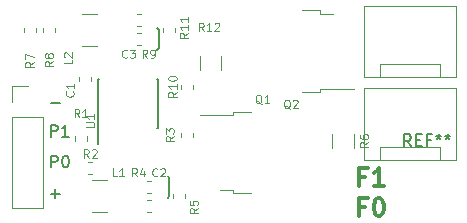
<source format=gto>
G04 #@! TF.GenerationSoftware,KiCad,Pcbnew,(5.0.1-dev-70-gb7b125d83)*
G04 #@! TF.CreationDate,2018-10-12T22:01:22+02:00*
G04 #@! TF.ProjectId,pwm-fan-control,70776D2D66616E2D636F6E74726F6C2E,rev?*
G04 #@! TF.SameCoordinates,Original*
G04 #@! TF.FileFunction,Legend,Top*
G04 #@! TF.FilePolarity,Positive*
%FSLAX46Y46*%
G04 Gerber Fmt 4.6, Leading zero omitted, Abs format (unit mm)*
G04 Created by KiCad (PCBNEW (5.0.1-dev-70-gb7b125d83)) date 10/12/18 22:01:22*
%MOMM*%
%LPD*%
G01*
G04 APERTURE LIST*
%ADD10C,0.200000*%
%ADD11C,0.300000*%
%ADD12C,0.120000*%
%ADD13C,0.150000*%
G04 APERTURE END LIST*
D10*
X211668095Y-60271428D02*
X212430000Y-60271428D01*
X212049047Y-60652380D02*
X212049047Y-59890476D01*
X211668095Y-58052380D02*
X211668095Y-57052380D01*
X212049047Y-57052380D01*
X212144285Y-57100000D01*
X212191904Y-57147619D01*
X212239523Y-57242857D01*
X212239523Y-57385714D01*
X212191904Y-57480952D01*
X212144285Y-57528571D01*
X212049047Y-57576190D01*
X211668095Y-57576190D01*
X212858571Y-57052380D02*
X212953809Y-57052380D01*
X213049047Y-57100000D01*
X213096666Y-57147619D01*
X213144285Y-57242857D01*
X213191904Y-57433333D01*
X213191904Y-57671428D01*
X213144285Y-57861904D01*
X213096666Y-57957142D01*
X213049047Y-58004761D01*
X212953809Y-58052380D01*
X212858571Y-58052380D01*
X212763333Y-58004761D01*
X212715714Y-57957142D01*
X212668095Y-57861904D01*
X212620476Y-57671428D01*
X212620476Y-57433333D01*
X212668095Y-57242857D01*
X212715714Y-57147619D01*
X212763333Y-57100000D01*
X212858571Y-57052380D01*
X211668095Y-55452380D02*
X211668095Y-54452380D01*
X212049047Y-54452380D01*
X212144285Y-54500000D01*
X212191904Y-54547619D01*
X212239523Y-54642857D01*
X212239523Y-54785714D01*
X212191904Y-54880952D01*
X212144285Y-54928571D01*
X212049047Y-54976190D01*
X211668095Y-54976190D01*
X213191904Y-55452380D02*
X212620476Y-55452380D01*
X212906190Y-55452380D02*
X212906190Y-54452380D01*
X212810952Y-54595238D01*
X212715714Y-54690476D01*
X212620476Y-54738095D01*
X211668095Y-52571428D02*
X212430000Y-52571428D01*
D11*
X238300000Y-58817857D02*
X237800000Y-58817857D01*
X237800000Y-59603571D02*
X237800000Y-58103571D01*
X238514285Y-58103571D01*
X239871428Y-59603571D02*
X239014285Y-59603571D01*
X239442857Y-59603571D02*
X239442857Y-58103571D01*
X239300000Y-58317857D01*
X239157142Y-58460714D01*
X239014285Y-58532142D01*
X238300000Y-61367857D02*
X237800000Y-61367857D01*
X237800000Y-62153571D02*
X237800000Y-60653571D01*
X238514285Y-60653571D01*
X239371428Y-60653571D02*
X239514285Y-60653571D01*
X239657142Y-60725000D01*
X239728571Y-60796428D01*
X239800000Y-60939285D01*
X239871428Y-61225000D01*
X239871428Y-61582142D01*
X239800000Y-61867857D01*
X239728571Y-62010714D01*
X239657142Y-62082142D01*
X239514285Y-62153571D01*
X239371428Y-62153571D01*
X239228571Y-62082142D01*
X239157142Y-62010714D01*
X239085714Y-61867857D01*
X239014285Y-61582142D01*
X239014285Y-61225000D01*
X239085714Y-60939285D01*
X239157142Y-60796428D01*
X239228571Y-60725000D01*
X239371428Y-60653571D01*
D10*
X221710000Y-58930000D02*
X221560000Y-58780000D01*
X221710000Y-60480000D02*
X221710000Y-58930000D01*
X221560000Y-60630000D02*
X221710000Y-60480000D01*
X220850000Y-46400000D02*
X220700000Y-46250000D01*
X220850000Y-47950000D02*
X220850000Y-46400000D01*
X220700000Y-48100000D02*
X220850000Y-47950000D01*
D12*
G04 #@! TO.C,Q2*
X234470000Y-45020000D02*
X235570000Y-45020000D01*
X234470000Y-44750000D02*
X234470000Y-45020000D01*
X232970000Y-44750000D02*
X234470000Y-44750000D01*
X234470000Y-51380000D02*
X237300000Y-51380000D01*
X234470000Y-51650000D02*
X234470000Y-51380000D01*
X232970000Y-51650000D02*
X234470000Y-51650000D01*
G04 #@! TO.C,R12*
X224290000Y-49802064D02*
X224290000Y-48597936D01*
X226110000Y-49802064D02*
X226110000Y-48597936D01*
G04 #@! TO.C,R10*
X223710000Y-51371267D02*
X223710000Y-51028733D01*
X222690000Y-51371267D02*
X222690000Y-51028733D01*
G04 #@! TO.C,R9*
X219309162Y-45090000D02*
X218966628Y-45090000D01*
X219309162Y-46110000D02*
X218966628Y-46110000D01*
G04 #@! TO.C,C3*
X219309162Y-46690000D02*
X218966628Y-46690000D01*
X219309162Y-47710000D02*
X218966628Y-47710000D01*
G04 #@! TO.C,L2*
X214335831Y-45040000D02*
X215539959Y-45040000D01*
X214335831Y-47760000D02*
X215539959Y-47760000D01*
G04 #@! TO.C,R11*
X221127895Y-46571267D02*
X221127895Y-46228733D01*
X222147895Y-46571267D02*
X222147895Y-46228733D01*
G04 #@! TO.C,R8*
X212047895Y-46571267D02*
X212047895Y-46228733D01*
X211027895Y-46571267D02*
X211027895Y-46228733D01*
G04 #@! TO.C,R7*
X210447895Y-46228733D02*
X210447895Y-46571267D01*
X209427895Y-46228733D02*
X209427895Y-46571267D01*
G04 #@! TO.C,C1*
X215110000Y-50771267D02*
X215110000Y-50428733D01*
X214090000Y-50771267D02*
X214090000Y-50428733D01*
G04 #@! TO.C,C2*
X220171267Y-61810000D02*
X219828733Y-61810000D01*
X220171267Y-60790000D02*
X219828733Y-60790000D01*
G04 #@! TO.C,J1*
X244580000Y-56290000D02*
X244580000Y-57300000D01*
X239500000Y-56290000D02*
X244580000Y-56290000D01*
X239500000Y-57300000D02*
X239500000Y-56290000D01*
X245950000Y-57400000D02*
X238150000Y-57400000D01*
X245950000Y-51350000D02*
X245950000Y-57400000D01*
X238150000Y-51350000D02*
X245950000Y-51350000D01*
X238150000Y-57400000D02*
X238150000Y-51350000D01*
G04 #@! TO.C,J2*
X208370000Y-61450000D02*
X211030000Y-61450000D01*
X208370000Y-53770000D02*
X208370000Y-61450000D01*
X211030000Y-53770000D02*
X211030000Y-61450000D01*
X208370000Y-53770000D02*
X211030000Y-53770000D01*
X208370000Y-52500000D02*
X208370000Y-51170000D01*
X208370000Y-51170000D02*
X209700000Y-51170000D01*
G04 #@! TO.C,L1*
X215197936Y-61860000D02*
X216402064Y-61860000D01*
X215197936Y-59140000D02*
X216402064Y-59140000D01*
G04 #@! TO.C,Q1*
X228630000Y-53350000D02*
X227130000Y-53350000D01*
X227130000Y-53350000D02*
X227130000Y-53620000D01*
X227130000Y-53620000D02*
X224300000Y-53620000D01*
X228630000Y-60250000D02*
X227130000Y-60250000D01*
X227130000Y-60250000D02*
X227130000Y-59980000D01*
X227130000Y-59980000D02*
X226030000Y-59980000D01*
G04 #@! TO.C,R1*
X214710000Y-55771267D02*
X214710000Y-55428733D01*
X213690000Y-55771267D02*
X213690000Y-55428733D01*
G04 #@! TO.C,R2*
X214828733Y-57590000D02*
X215171267Y-57590000D01*
X214828733Y-58610000D02*
X215171267Y-58610000D01*
G04 #@! TO.C,R3*
X222690000Y-55471267D02*
X222690000Y-55128733D01*
X223710000Y-55471267D02*
X223710000Y-55128733D01*
G04 #@! TO.C,R4*
X220171267Y-60210000D02*
X219828733Y-60210000D01*
X220171267Y-59190000D02*
X219828733Y-59190000D01*
G04 #@! TO.C,R5*
X223010000Y-60671267D02*
X223010000Y-60328733D01*
X221990000Y-60671267D02*
X221990000Y-60328733D01*
G04 #@! TO.C,R6*
X235490000Y-55197936D02*
X235490000Y-56402064D01*
X237310000Y-55197936D02*
X237310000Y-56402064D01*
D13*
G04 #@! TO.C,U1*
X215625000Y-54675000D02*
X215675000Y-54675000D01*
X215625000Y-50525000D02*
X215770000Y-50525000D01*
X220775000Y-50525000D02*
X220630000Y-50525000D01*
X220775000Y-54675000D02*
X220630000Y-54675000D01*
X215625000Y-54675000D02*
X215625000Y-50525000D01*
X220775000Y-54675000D02*
X220775000Y-50525000D01*
X215675000Y-54675000D02*
X215675000Y-56075000D01*
D12*
G04 #@! TO.C,J3*
X238150000Y-50400000D02*
X238150000Y-44350000D01*
X238150000Y-44350000D02*
X245950000Y-44350000D01*
X245950000Y-44350000D02*
X245950000Y-50400000D01*
X245950000Y-50400000D02*
X238150000Y-50400000D01*
X239500000Y-50300000D02*
X239500000Y-49290000D01*
X239500000Y-49290000D02*
X244580000Y-49290000D01*
X244580000Y-49290000D02*
X244580000Y-50300000D01*
G04 #@! TO.C,Q2*
X231933333Y-53083333D02*
X231866666Y-53050000D01*
X231800000Y-52983333D01*
X231700000Y-52883333D01*
X231633333Y-52850000D01*
X231566666Y-52850000D01*
X231600000Y-53016666D02*
X231533333Y-52983333D01*
X231466666Y-52916666D01*
X231433333Y-52783333D01*
X231433333Y-52550000D01*
X231466666Y-52416666D01*
X231533333Y-52350000D01*
X231600000Y-52316666D01*
X231733333Y-52316666D01*
X231800000Y-52350000D01*
X231866666Y-52416666D01*
X231900000Y-52550000D01*
X231900000Y-52783333D01*
X231866666Y-52916666D01*
X231800000Y-52983333D01*
X231733333Y-53016666D01*
X231600000Y-53016666D01*
X232166666Y-52383333D02*
X232200000Y-52350000D01*
X232266666Y-52316666D01*
X232433333Y-52316666D01*
X232500000Y-52350000D01*
X232533333Y-52383333D01*
X232566666Y-52450000D01*
X232566666Y-52516666D01*
X232533333Y-52616666D01*
X232133333Y-53016666D01*
X232566666Y-53016666D01*
G04 #@! TO.C,R12*
X224600000Y-46516666D02*
X224366666Y-46183333D01*
X224200000Y-46516666D02*
X224200000Y-45816666D01*
X224466666Y-45816666D01*
X224533333Y-45850000D01*
X224566666Y-45883333D01*
X224600000Y-45950000D01*
X224600000Y-46050000D01*
X224566666Y-46116666D01*
X224533333Y-46150000D01*
X224466666Y-46183333D01*
X224200000Y-46183333D01*
X225266666Y-46516666D02*
X224866666Y-46516666D01*
X225066666Y-46516666D02*
X225066666Y-45816666D01*
X225000000Y-45916666D01*
X224933333Y-45983333D01*
X224866666Y-46016666D01*
X225533333Y-45883333D02*
X225566666Y-45850000D01*
X225633333Y-45816666D01*
X225800000Y-45816666D01*
X225866666Y-45850000D01*
X225900000Y-45883333D01*
X225933333Y-45950000D01*
X225933333Y-46016666D01*
X225900000Y-46116666D01*
X225500000Y-46516666D01*
X225933333Y-46516666D01*
G04 #@! TO.C,R10*
X222316666Y-51650000D02*
X221983333Y-51883333D01*
X222316666Y-52050000D02*
X221616666Y-52050000D01*
X221616666Y-51783333D01*
X221650000Y-51716666D01*
X221683333Y-51683333D01*
X221750000Y-51650000D01*
X221850000Y-51650000D01*
X221916666Y-51683333D01*
X221950000Y-51716666D01*
X221983333Y-51783333D01*
X221983333Y-52050000D01*
X222316666Y-50983333D02*
X222316666Y-51383333D01*
X222316666Y-51183333D02*
X221616666Y-51183333D01*
X221716666Y-51250000D01*
X221783333Y-51316666D01*
X221816666Y-51383333D01*
X221616666Y-50550000D02*
X221616666Y-50483333D01*
X221650000Y-50416666D01*
X221683333Y-50383333D01*
X221750000Y-50350000D01*
X221883333Y-50316666D01*
X222050000Y-50316666D01*
X222183333Y-50350000D01*
X222250000Y-50383333D01*
X222283333Y-50416666D01*
X222316666Y-50483333D01*
X222316666Y-50550000D01*
X222283333Y-50616666D01*
X222250000Y-50650000D01*
X222183333Y-50683333D01*
X222050000Y-50716666D01*
X221883333Y-50716666D01*
X221750000Y-50683333D01*
X221683333Y-50650000D01*
X221650000Y-50616666D01*
X221616666Y-50550000D01*
G04 #@! TO.C,R9*
X219833333Y-48766666D02*
X219600000Y-48433333D01*
X219433333Y-48766666D02*
X219433333Y-48066666D01*
X219700000Y-48066666D01*
X219766666Y-48100000D01*
X219800000Y-48133333D01*
X219833333Y-48200000D01*
X219833333Y-48300000D01*
X219800000Y-48366666D01*
X219766666Y-48400000D01*
X219700000Y-48433333D01*
X219433333Y-48433333D01*
X220166666Y-48766666D02*
X220300000Y-48766666D01*
X220366666Y-48733333D01*
X220400000Y-48700000D01*
X220466666Y-48600000D01*
X220500000Y-48466666D01*
X220500000Y-48200000D01*
X220466666Y-48133333D01*
X220433333Y-48100000D01*
X220366666Y-48066666D01*
X220233333Y-48066666D01*
X220166666Y-48100000D01*
X220133333Y-48133333D01*
X220100000Y-48200000D01*
X220100000Y-48366666D01*
X220133333Y-48433333D01*
X220166666Y-48466666D01*
X220233333Y-48500000D01*
X220366666Y-48500000D01*
X220433333Y-48466666D01*
X220466666Y-48433333D01*
X220500000Y-48366666D01*
G04 #@! TO.C,C3*
X218133333Y-48700000D02*
X218100000Y-48733333D01*
X218000000Y-48766666D01*
X217933333Y-48766666D01*
X217833333Y-48733333D01*
X217766666Y-48666666D01*
X217733333Y-48600000D01*
X217700000Y-48466666D01*
X217700000Y-48366666D01*
X217733333Y-48233333D01*
X217766666Y-48166666D01*
X217833333Y-48100000D01*
X217933333Y-48066666D01*
X218000000Y-48066666D01*
X218100000Y-48100000D01*
X218133333Y-48133333D01*
X218366666Y-48066666D02*
X218800000Y-48066666D01*
X218566666Y-48333333D01*
X218666666Y-48333333D01*
X218733333Y-48366666D01*
X218766666Y-48400000D01*
X218800000Y-48466666D01*
X218800000Y-48633333D01*
X218766666Y-48700000D01*
X218733333Y-48733333D01*
X218666666Y-48766666D01*
X218466666Y-48766666D01*
X218400000Y-48733333D01*
X218366666Y-48700000D01*
G04 #@! TO.C,L2*
X213466666Y-48916666D02*
X213466666Y-49250000D01*
X212766666Y-49250000D01*
X212833333Y-48716666D02*
X212800000Y-48683333D01*
X212766666Y-48616666D01*
X212766666Y-48450000D01*
X212800000Y-48383333D01*
X212833333Y-48350000D01*
X212900000Y-48316666D01*
X212966666Y-48316666D01*
X213066666Y-48350000D01*
X213466666Y-48750000D01*
X213466666Y-48316666D01*
G04 #@! TO.C,R11*
X223266666Y-46650000D02*
X222933333Y-46883333D01*
X223266666Y-47050000D02*
X222566666Y-47050000D01*
X222566666Y-46783333D01*
X222600000Y-46716666D01*
X222633333Y-46683333D01*
X222700000Y-46650000D01*
X222800000Y-46650000D01*
X222866666Y-46683333D01*
X222900000Y-46716666D01*
X222933333Y-46783333D01*
X222933333Y-47050000D01*
X223266666Y-45983333D02*
X223266666Y-46383333D01*
X223266666Y-46183333D02*
X222566666Y-46183333D01*
X222666666Y-46250000D01*
X222733333Y-46316666D01*
X222766666Y-46383333D01*
X223266666Y-45316666D02*
X223266666Y-45716666D01*
X223266666Y-45516666D02*
X222566666Y-45516666D01*
X222666666Y-45583333D01*
X222733333Y-45650000D01*
X222766666Y-45716666D01*
G04 #@! TO.C,R8*
X211866666Y-49066666D02*
X211533333Y-49300000D01*
X211866666Y-49466666D02*
X211166666Y-49466666D01*
X211166666Y-49200000D01*
X211200000Y-49133333D01*
X211233333Y-49100000D01*
X211300000Y-49066666D01*
X211400000Y-49066666D01*
X211466666Y-49100000D01*
X211500000Y-49133333D01*
X211533333Y-49200000D01*
X211533333Y-49466666D01*
X211466666Y-48666666D02*
X211433333Y-48733333D01*
X211400000Y-48766666D01*
X211333333Y-48800000D01*
X211300000Y-48800000D01*
X211233333Y-48766666D01*
X211200000Y-48733333D01*
X211166666Y-48666666D01*
X211166666Y-48533333D01*
X211200000Y-48466666D01*
X211233333Y-48433333D01*
X211300000Y-48400000D01*
X211333333Y-48400000D01*
X211400000Y-48433333D01*
X211433333Y-48466666D01*
X211466666Y-48533333D01*
X211466666Y-48666666D01*
X211500000Y-48733333D01*
X211533333Y-48766666D01*
X211600000Y-48800000D01*
X211733333Y-48800000D01*
X211800000Y-48766666D01*
X211833333Y-48733333D01*
X211866666Y-48666666D01*
X211866666Y-48533333D01*
X211833333Y-48466666D01*
X211800000Y-48433333D01*
X211733333Y-48400000D01*
X211600000Y-48400000D01*
X211533333Y-48433333D01*
X211500000Y-48466666D01*
X211466666Y-48533333D01*
G04 #@! TO.C,R7*
X210216666Y-49116666D02*
X209883333Y-49350000D01*
X210216666Y-49516666D02*
X209516666Y-49516666D01*
X209516666Y-49250000D01*
X209550000Y-49183333D01*
X209583333Y-49150000D01*
X209650000Y-49116666D01*
X209750000Y-49116666D01*
X209816666Y-49150000D01*
X209850000Y-49183333D01*
X209883333Y-49250000D01*
X209883333Y-49516666D01*
X209516666Y-48883333D02*
X209516666Y-48416666D01*
X210216666Y-48716666D01*
G04 #@! TO.C,C1*
X213550000Y-51616666D02*
X213583333Y-51650000D01*
X213616666Y-51750000D01*
X213616666Y-51816666D01*
X213583333Y-51916666D01*
X213516666Y-51983333D01*
X213450000Y-52016666D01*
X213316666Y-52050000D01*
X213216666Y-52050000D01*
X213083333Y-52016666D01*
X213016666Y-51983333D01*
X212950000Y-51916666D01*
X212916666Y-51816666D01*
X212916666Y-51750000D01*
X212950000Y-51650000D01*
X212983333Y-51616666D01*
X213616666Y-50950000D02*
X213616666Y-51350000D01*
X213616666Y-51150000D02*
X212916666Y-51150000D01*
X213016666Y-51216666D01*
X213083333Y-51283333D01*
X213116666Y-51350000D01*
G04 #@! TO.C,C2*
X220683333Y-58750000D02*
X220650000Y-58783333D01*
X220550000Y-58816666D01*
X220483333Y-58816666D01*
X220383333Y-58783333D01*
X220316666Y-58716666D01*
X220283333Y-58650000D01*
X220250000Y-58516666D01*
X220250000Y-58416666D01*
X220283333Y-58283333D01*
X220316666Y-58216666D01*
X220383333Y-58150000D01*
X220483333Y-58116666D01*
X220550000Y-58116666D01*
X220650000Y-58150000D01*
X220683333Y-58183333D01*
X220950000Y-58183333D02*
X220983333Y-58150000D01*
X221050000Y-58116666D01*
X221216666Y-58116666D01*
X221283333Y-58150000D01*
X221316666Y-58183333D01*
X221350000Y-58250000D01*
X221350000Y-58316666D01*
X221316666Y-58416666D01*
X220916666Y-58816666D01*
X221350000Y-58816666D01*
G04 #@! TO.C,L1*
X217283333Y-58816666D02*
X216950000Y-58816666D01*
X216950000Y-58116666D01*
X217883333Y-58816666D02*
X217483333Y-58816666D01*
X217683333Y-58816666D02*
X217683333Y-58116666D01*
X217616666Y-58216666D01*
X217550000Y-58283333D01*
X217483333Y-58316666D01*
G04 #@! TO.C,Q1*
X229533333Y-52683333D02*
X229466666Y-52650000D01*
X229400000Y-52583333D01*
X229300000Y-52483333D01*
X229233333Y-52450000D01*
X229166666Y-52450000D01*
X229200000Y-52616666D02*
X229133333Y-52583333D01*
X229066666Y-52516666D01*
X229033333Y-52383333D01*
X229033333Y-52150000D01*
X229066666Y-52016666D01*
X229133333Y-51950000D01*
X229200000Y-51916666D01*
X229333333Y-51916666D01*
X229400000Y-51950000D01*
X229466666Y-52016666D01*
X229500000Y-52150000D01*
X229500000Y-52383333D01*
X229466666Y-52516666D01*
X229400000Y-52583333D01*
X229333333Y-52616666D01*
X229200000Y-52616666D01*
X230166666Y-52616666D02*
X229766666Y-52616666D01*
X229966666Y-52616666D02*
X229966666Y-51916666D01*
X229900000Y-52016666D01*
X229833333Y-52083333D01*
X229766666Y-52116666D01*
G04 #@! TO.C,R1*
X214083333Y-53816666D02*
X213850000Y-53483333D01*
X213683333Y-53816666D02*
X213683333Y-53116666D01*
X213950000Y-53116666D01*
X214016666Y-53150000D01*
X214050000Y-53183333D01*
X214083333Y-53250000D01*
X214083333Y-53350000D01*
X214050000Y-53416666D01*
X214016666Y-53450000D01*
X213950000Y-53483333D01*
X213683333Y-53483333D01*
X214750000Y-53816666D02*
X214350000Y-53816666D01*
X214550000Y-53816666D02*
X214550000Y-53116666D01*
X214483333Y-53216666D01*
X214416666Y-53283333D01*
X214350000Y-53316666D01*
G04 #@! TO.C,R2*
X214883333Y-57216666D02*
X214650000Y-56883333D01*
X214483333Y-57216666D02*
X214483333Y-56516666D01*
X214750000Y-56516666D01*
X214816666Y-56550000D01*
X214850000Y-56583333D01*
X214883333Y-56650000D01*
X214883333Y-56750000D01*
X214850000Y-56816666D01*
X214816666Y-56850000D01*
X214750000Y-56883333D01*
X214483333Y-56883333D01*
X215150000Y-56583333D02*
X215183333Y-56550000D01*
X215250000Y-56516666D01*
X215416666Y-56516666D01*
X215483333Y-56550000D01*
X215516666Y-56583333D01*
X215550000Y-56650000D01*
X215550000Y-56716666D01*
X215516666Y-56816666D01*
X215116666Y-57216666D01*
X215550000Y-57216666D01*
G04 #@! TO.C,R3*
X222086666Y-55416666D02*
X221753333Y-55650000D01*
X222086666Y-55816666D02*
X221386666Y-55816666D01*
X221386666Y-55550000D01*
X221420000Y-55483333D01*
X221453333Y-55450000D01*
X221520000Y-55416666D01*
X221620000Y-55416666D01*
X221686666Y-55450000D01*
X221720000Y-55483333D01*
X221753333Y-55550000D01*
X221753333Y-55816666D01*
X221386666Y-55183333D02*
X221386666Y-54750000D01*
X221653333Y-54983333D01*
X221653333Y-54883333D01*
X221686666Y-54816666D01*
X221720000Y-54783333D01*
X221786666Y-54750000D01*
X221953333Y-54750000D01*
X222020000Y-54783333D01*
X222053333Y-54816666D01*
X222086666Y-54883333D01*
X222086666Y-55083333D01*
X222053333Y-55150000D01*
X222020000Y-55183333D01*
G04 #@! TO.C,R4*
X218983333Y-58816666D02*
X218750000Y-58483333D01*
X218583333Y-58816666D02*
X218583333Y-58116666D01*
X218850000Y-58116666D01*
X218916666Y-58150000D01*
X218950000Y-58183333D01*
X218983333Y-58250000D01*
X218983333Y-58350000D01*
X218950000Y-58416666D01*
X218916666Y-58450000D01*
X218850000Y-58483333D01*
X218583333Y-58483333D01*
X219583333Y-58350000D02*
X219583333Y-58816666D01*
X219416666Y-58083333D02*
X219250000Y-58583333D01*
X219683333Y-58583333D01*
G04 #@! TO.C,R5*
X224116666Y-61516666D02*
X223783333Y-61750000D01*
X224116666Y-61916666D02*
X223416666Y-61916666D01*
X223416666Y-61650000D01*
X223450000Y-61583333D01*
X223483333Y-61550000D01*
X223550000Y-61516666D01*
X223650000Y-61516666D01*
X223716666Y-61550000D01*
X223750000Y-61583333D01*
X223783333Y-61650000D01*
X223783333Y-61916666D01*
X223416666Y-60883333D02*
X223416666Y-61216666D01*
X223750000Y-61250000D01*
X223716666Y-61216666D01*
X223683333Y-61150000D01*
X223683333Y-60983333D01*
X223716666Y-60916666D01*
X223750000Y-60883333D01*
X223816666Y-60850000D01*
X223983333Y-60850000D01*
X224050000Y-60883333D01*
X224083333Y-60916666D01*
X224116666Y-60983333D01*
X224116666Y-61150000D01*
X224083333Y-61216666D01*
X224050000Y-61250000D01*
G04 #@! TO.C,R6*
X238536666Y-55916666D02*
X238203333Y-56150000D01*
X238536666Y-56316666D02*
X237836666Y-56316666D01*
X237836666Y-56050000D01*
X237870000Y-55983333D01*
X237903333Y-55950000D01*
X237970000Y-55916666D01*
X238070000Y-55916666D01*
X238136666Y-55950000D01*
X238170000Y-55983333D01*
X238203333Y-56050000D01*
X238203333Y-56316666D01*
X237836666Y-55316666D02*
X237836666Y-55450000D01*
X237870000Y-55516666D01*
X237903333Y-55550000D01*
X238003333Y-55616666D01*
X238136666Y-55650000D01*
X238403333Y-55650000D01*
X238470000Y-55616666D01*
X238503333Y-55583333D01*
X238536666Y-55516666D01*
X238536666Y-55383333D01*
X238503333Y-55316666D01*
X238470000Y-55283333D01*
X238403333Y-55250000D01*
X238236666Y-55250000D01*
X238170000Y-55283333D01*
X238136666Y-55316666D01*
X238103333Y-55383333D01*
X238103333Y-55516666D01*
X238136666Y-55583333D01*
X238170000Y-55616666D01*
X238236666Y-55650000D01*
G04 #@! TO.C,U1*
X214666666Y-54633333D02*
X215233333Y-54633333D01*
X215300000Y-54600000D01*
X215333333Y-54566666D01*
X215366666Y-54500000D01*
X215366666Y-54366666D01*
X215333333Y-54300000D01*
X215300000Y-54266666D01*
X215233333Y-54233333D01*
X214666666Y-54233333D01*
X215366666Y-53533333D02*
X215366666Y-53933333D01*
X215366666Y-53733333D02*
X214666666Y-53733333D01*
X214766666Y-53800000D01*
X214833333Y-53866666D01*
X214866666Y-53933333D01*
G04 #@! TO.C,REF\002A\002A*
D13*
X242166666Y-56252380D02*
X241833333Y-55776190D01*
X241595238Y-56252380D02*
X241595238Y-55252380D01*
X241976190Y-55252380D01*
X242071428Y-55300000D01*
X242119047Y-55347619D01*
X242166666Y-55442857D01*
X242166666Y-55585714D01*
X242119047Y-55680952D01*
X242071428Y-55728571D01*
X241976190Y-55776190D01*
X241595238Y-55776190D01*
X242595238Y-55728571D02*
X242928571Y-55728571D01*
X243071428Y-56252380D02*
X242595238Y-56252380D01*
X242595238Y-55252380D01*
X243071428Y-55252380D01*
X243833333Y-55728571D02*
X243500000Y-55728571D01*
X243500000Y-56252380D02*
X243500000Y-55252380D01*
X243976190Y-55252380D01*
X244500000Y-55252380D02*
X244500000Y-55490476D01*
X244261904Y-55395238D02*
X244500000Y-55490476D01*
X244738095Y-55395238D01*
X244357142Y-55680952D02*
X244500000Y-55490476D01*
X244642857Y-55680952D01*
X245261904Y-55252380D02*
X245261904Y-55490476D01*
X245023809Y-55395238D02*
X245261904Y-55490476D01*
X245500000Y-55395238D01*
X245119047Y-55680952D02*
X245261904Y-55490476D01*
X245404761Y-55680952D01*
G04 #@! TD*
M02*

</source>
